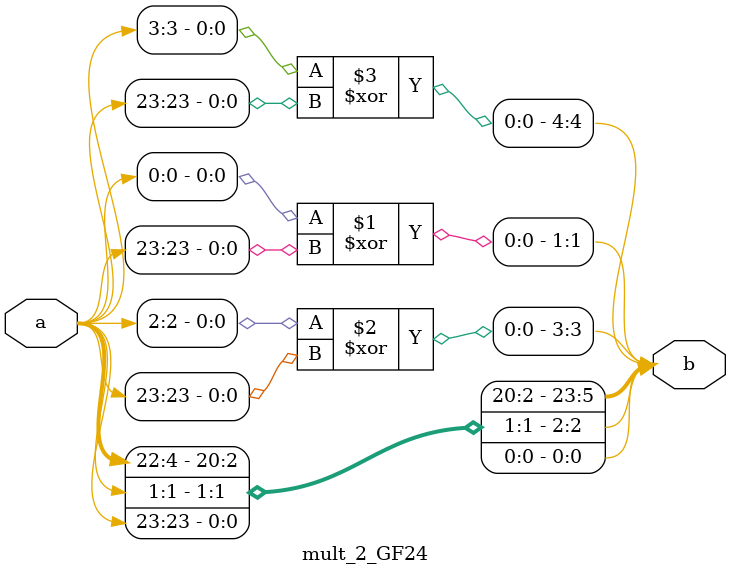
<source format=v>
module mult_2_GF24(
  input [23:0] a,
  output wire [23:0] b
  );

  assign b[0] = a[23];
  assign b[1] = a[0] ^ a[23];
  assign b[2] = a[1];
  assign b[3] = a[2] ^ a[23];
  assign b[4] = a[3] ^ a[23];
  assign b[23:5] = a[22:4];
endmodule
</source>
